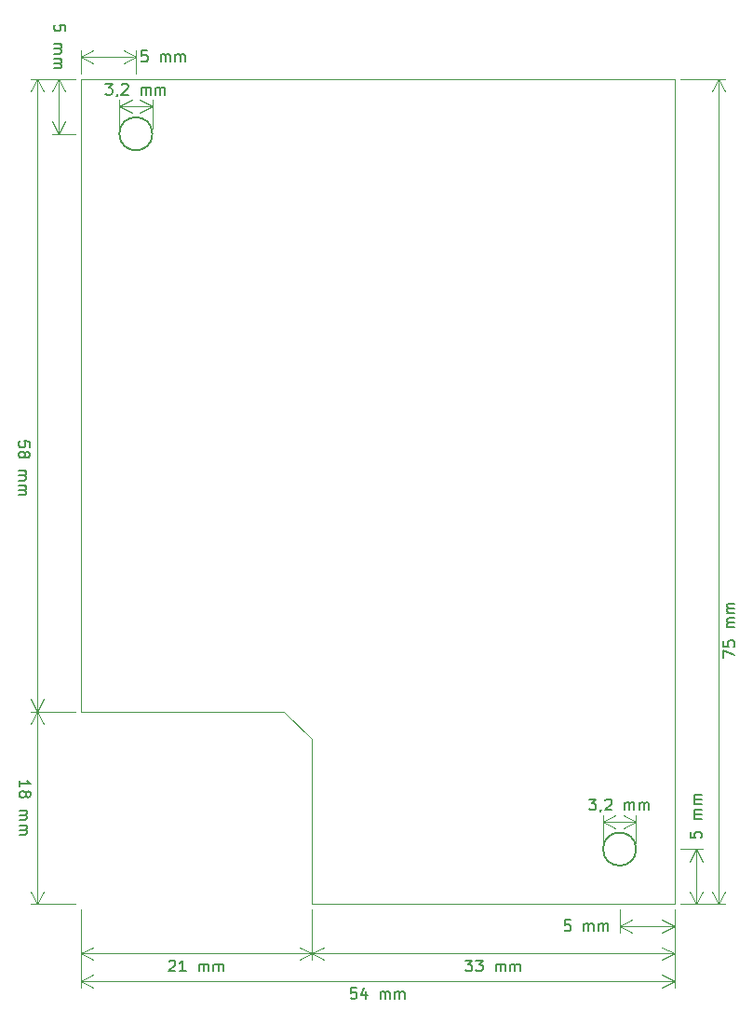
<source format=gbr>
%TF.GenerationSoftware,KiCad,Pcbnew,(5.99.0-8361-gd4c36230d2)*%
%TF.CreationDate,2021-01-14T14:19:16+01:00*%
%TF.ProjectId,mp3,6d70332e-6b69-4636-9164-5f7063625858,rev?*%
%TF.SameCoordinates,PXae85bc0PY7459280*%
%TF.FileFunction,Other,User*%
%FSLAX46Y46*%
G04 Gerber Fmt 4.6, Leading zero omitted, Abs format (unit mm)*
G04 Created by KiCad (PCBNEW (5.99.0-8361-gd4c36230d2)) date 2021-01-14 14:19:16*
%MOMM*%
%LPD*%
G01*
G04 APERTURE LIST*
%ADD10C,0.150000*%
%ADD11C,0.100000*%
%ADD12C,0.080000*%
G04 APERTURE END LIST*
D10*
X-3500000Y5000000D02*
G75*
G03*
X-3500000Y5000000I-1500000J0D01*
G01*
D11*
X0Y0D02*
X-33000000Y0D01*
X-33000000Y0D02*
X-33000000Y15000000D01*
X-33000000Y15000000D02*
X-35500000Y17500000D01*
X-35500000Y17500000D02*
X-54000000Y17500000D01*
X-54000000Y17500000D02*
X-54000000Y75000000D01*
X-54000000Y75000000D02*
X0Y75000000D01*
X0Y75000000D02*
X0Y0D01*
D10*
X-47500000Y70000000D02*
G75*
G03*
X-47500000Y70000000I-1500000J0D01*
G01*
X-59602381Y10654762D02*
X-59602381Y11226191D01*
X-59602381Y10940477D02*
X-58602381Y10940477D01*
X-58745239Y11035715D01*
X-58840477Y11130953D01*
X-58888096Y11226191D01*
X-59030953Y10083334D02*
X-58983334Y10178572D01*
X-58935715Y10226191D01*
X-58840477Y10273810D01*
X-58792858Y10273810D01*
X-58697620Y10226191D01*
X-58650000Y10178572D01*
X-58602381Y10083334D01*
X-58602381Y9892858D01*
X-58650000Y9797620D01*
X-58697620Y9750000D01*
X-58792858Y9702381D01*
X-58840477Y9702381D01*
X-58935715Y9750000D01*
X-58983334Y9797620D01*
X-59030953Y9892858D01*
X-59030953Y10083334D01*
X-59078572Y10178572D01*
X-59126191Y10226191D01*
X-59221429Y10273810D01*
X-59411905Y10273810D01*
X-59507143Y10226191D01*
X-59554762Y10178572D01*
X-59602381Y10083334D01*
X-59602381Y9892858D01*
X-59554762Y9797620D01*
X-59507143Y9750000D01*
X-59411905Y9702381D01*
X-59221429Y9702381D01*
X-59126191Y9750000D01*
X-59078572Y9797620D01*
X-59030953Y9892858D01*
X-59602381Y8511905D02*
X-58935715Y8511905D01*
X-59030953Y8511905D02*
X-58983334Y8464286D01*
X-58935715Y8369048D01*
X-58935715Y8226191D01*
X-58983334Y8130953D01*
X-59078572Y8083334D01*
X-59602381Y8083334D01*
X-59078572Y8083334D02*
X-58983334Y8035715D01*
X-58935715Y7940477D01*
X-58935715Y7797620D01*
X-58983334Y7702381D01*
X-59078572Y7654762D01*
X-59602381Y7654762D01*
X-59602381Y7178572D02*
X-58935715Y7178572D01*
X-59030953Y7178572D02*
X-58983334Y7130953D01*
X-58935715Y7035715D01*
X-58935715Y6892858D01*
X-58983334Y6797620D01*
X-59078572Y6750000D01*
X-59602381Y6750000D01*
X-59078572Y6750000D02*
X-58983334Y6702381D01*
X-58935715Y6607143D01*
X-58935715Y6464286D01*
X-58983334Y6369048D01*
X-59078572Y6321429D01*
X-59602381Y6321429D01*
D12*
X-54500000Y17500000D02*
X-58586420Y17500000D01*
X-54500000Y0D02*
X-58586420Y0D01*
X-58000000Y17500000D02*
X-58000000Y0D01*
X-58000000Y17500000D02*
X-58000000Y0D01*
X-58000000Y17500000D02*
X-58586421Y16373496D01*
X-58000000Y17500000D02*
X-57413579Y16373496D01*
X-58000000Y0D02*
X-57413579Y1126504D01*
X-58000000Y0D02*
X-58586421Y1126504D01*
D10*
X-45976191Y-5197619D02*
X-45928572Y-5150000D01*
X-45833334Y-5102380D01*
X-45595239Y-5102380D01*
X-45500000Y-5150000D01*
X-45452381Y-5197619D01*
X-45404762Y-5292857D01*
X-45404762Y-5388095D01*
X-45452381Y-5530952D01*
X-46023810Y-6102380D01*
X-45404762Y-6102380D01*
X-44452381Y-6102380D02*
X-45023810Y-6102380D01*
X-44738096Y-6102380D02*
X-44738096Y-5102380D01*
X-44833334Y-5245238D01*
X-44928572Y-5340476D01*
X-45023810Y-5388095D01*
X-43261905Y-6102380D02*
X-43261905Y-5435714D01*
X-43261905Y-5530952D02*
X-43214286Y-5483333D01*
X-43119048Y-5435714D01*
X-42976191Y-5435714D01*
X-42880953Y-5483333D01*
X-42833334Y-5578571D01*
X-42833334Y-6102380D01*
X-42833334Y-5578571D02*
X-42785715Y-5483333D01*
X-42690477Y-5435714D01*
X-42547620Y-5435714D01*
X-42452381Y-5483333D01*
X-42404762Y-5578571D01*
X-42404762Y-6102380D01*
X-41928572Y-6102380D02*
X-41928572Y-5435714D01*
X-41928572Y-5530952D02*
X-41880953Y-5483333D01*
X-41785715Y-5435714D01*
X-41642858Y-5435714D01*
X-41547620Y-5483333D01*
X-41500000Y-5578571D01*
X-41500000Y-6102380D01*
X-41500000Y-5578571D02*
X-41452381Y-5483333D01*
X-41357143Y-5435714D01*
X-41214286Y-5435714D01*
X-41119048Y-5483333D01*
X-41071429Y-5578571D01*
X-41071429Y-6102380D01*
D12*
X-54000000Y-500000D02*
X-54000000Y-5086420D01*
X-33000000Y-500000D02*
X-33000000Y-5086420D01*
X-54000000Y-4500000D02*
X-33000000Y-4500000D01*
X-54000000Y-4500000D02*
X-33000000Y-4500000D01*
X-54000000Y-4500000D02*
X-52873496Y-5086421D01*
X-54000000Y-4500000D02*
X-52873496Y-3913579D01*
X-33000000Y-4500000D02*
X-34126504Y-3913579D01*
X-33000000Y-4500000D02*
X-34126504Y-5086421D01*
D10*
X-47976191Y77547620D02*
X-48452381Y77547620D01*
X-48500000Y77071429D01*
X-48452381Y77119048D01*
X-48357143Y77166667D01*
X-48119048Y77166667D01*
X-48023810Y77119048D01*
X-47976191Y77071429D01*
X-47928572Y76976191D01*
X-47928572Y76738096D01*
X-47976191Y76642858D01*
X-48023810Y76595239D01*
X-48119048Y76547620D01*
X-48357143Y76547620D01*
X-48452381Y76595239D01*
X-48500000Y76642858D01*
X-46738096Y76547620D02*
X-46738096Y77214286D01*
X-46738096Y77119048D02*
X-46690477Y77166667D01*
X-46595239Y77214286D01*
X-46452381Y77214286D01*
X-46357143Y77166667D01*
X-46309524Y77071429D01*
X-46309524Y76547620D01*
X-46309524Y77071429D02*
X-46261905Y77166667D01*
X-46166667Y77214286D01*
X-46023810Y77214286D01*
X-45928572Y77166667D01*
X-45880953Y77071429D01*
X-45880953Y76547620D01*
X-45404762Y76547620D02*
X-45404762Y77214286D01*
X-45404762Y77119048D02*
X-45357143Y77166667D01*
X-45261905Y77214286D01*
X-45119048Y77214286D01*
X-45023810Y77166667D01*
X-44976191Y77071429D01*
X-44976191Y76547620D01*
X-44976191Y77071429D02*
X-44928572Y77166667D01*
X-44833334Y77214286D01*
X-44690477Y77214286D01*
X-44595239Y77166667D01*
X-44547620Y77071429D01*
X-44547620Y76547620D01*
D12*
X-54000000Y75500000D02*
X-54000000Y77586420D01*
X-49000000Y75500000D02*
X-49000000Y77586420D01*
X-54000000Y77000000D02*
X-49265476Y77000000D01*
X-54000000Y77000000D02*
X-52873496Y76413579D01*
X-54000000Y77000000D02*
X-52873496Y77586421D01*
X-49000000Y77000000D02*
X-50126504Y77586421D01*
X-49000000Y77000000D02*
X-50126504Y76413579D01*
D10*
X-55452381Y79376191D02*
X-55452381Y79852381D01*
X-55928572Y79900000D01*
X-55880953Y79852381D01*
X-55833334Y79757143D01*
X-55833334Y79519048D01*
X-55880953Y79423810D01*
X-55928572Y79376191D01*
X-56023810Y79328572D01*
X-56261905Y79328572D01*
X-56357143Y79376191D01*
X-56404762Y79423810D01*
X-56452381Y79519048D01*
X-56452381Y79757143D01*
X-56404762Y79852381D01*
X-56357143Y79900000D01*
X-56452381Y78138096D02*
X-55785715Y78138096D01*
X-55880953Y78138096D02*
X-55833334Y78090477D01*
X-55785715Y77995239D01*
X-55785715Y77852381D01*
X-55833334Y77757143D01*
X-55928572Y77709524D01*
X-56452381Y77709524D01*
X-55928572Y77709524D02*
X-55833334Y77661905D01*
X-55785715Y77566667D01*
X-55785715Y77423810D01*
X-55833334Y77328572D01*
X-55928572Y77280953D01*
X-56452381Y77280953D01*
X-56452381Y76804762D02*
X-55785715Y76804762D01*
X-55880953Y76804762D02*
X-55833334Y76757143D01*
X-55785715Y76661905D01*
X-55785715Y76519048D01*
X-55833334Y76423810D01*
X-55928572Y76376191D01*
X-56452381Y76376191D01*
X-55928572Y76376191D02*
X-55833334Y76328572D01*
X-55785715Y76233334D01*
X-55785715Y76090477D01*
X-55833334Y75995239D01*
X-55928572Y75947620D01*
X-56452381Y75947620D01*
D12*
X-54500000Y75000000D02*
X-56586420Y75000000D01*
X-54500000Y70000000D02*
X-56586420Y70000000D01*
X-56000000Y75000000D02*
X-56000000Y70000000D01*
X-56000000Y75000000D02*
X-56000000Y70000000D01*
X-56000000Y75000000D02*
X-56586421Y73873496D01*
X-56000000Y75000000D02*
X-55413579Y73873496D01*
X-56000000Y70000000D02*
X-55413579Y71126504D01*
X-56000000Y70000000D02*
X-56586421Y71126504D01*
D10*
X-7761905Y9547620D02*
X-7142858Y9547620D01*
X-7476191Y9166667D01*
X-7333334Y9166667D01*
X-7238096Y9119048D01*
X-7190477Y9071429D01*
X-7142858Y8976191D01*
X-7142858Y8738096D01*
X-7190477Y8642858D01*
X-7238096Y8595239D01*
X-7333334Y8547620D01*
X-7619048Y8547620D01*
X-7714286Y8595239D01*
X-7761905Y8642858D01*
X-6666667Y8595239D02*
X-6666667Y8547620D01*
X-6714286Y8452381D01*
X-6761905Y8404762D01*
X-6285715Y9452381D02*
X-6238096Y9500000D01*
X-6142858Y9547620D01*
X-5904762Y9547620D01*
X-5809524Y9500000D01*
X-5761905Y9452381D01*
X-5714286Y9357143D01*
X-5714286Y9261905D01*
X-5761905Y9119048D01*
X-6333334Y8547620D01*
X-5714286Y8547620D01*
X-4523810Y8547620D02*
X-4523810Y9214286D01*
X-4523810Y9119048D02*
X-4476191Y9166667D01*
X-4380953Y9214286D01*
X-4238096Y9214286D01*
X-4142858Y9166667D01*
X-4095239Y9071429D01*
X-4095239Y8547620D01*
X-4095239Y9071429D02*
X-4047620Y9166667D01*
X-3952381Y9214286D01*
X-3809524Y9214286D01*
X-3714286Y9166667D01*
X-3666667Y9071429D01*
X-3666667Y8547620D01*
X-3190477Y8547620D02*
X-3190477Y9214286D01*
X-3190477Y9119048D02*
X-3142858Y9166667D01*
X-3047620Y9214286D01*
X-2904762Y9214286D01*
X-2809524Y9166667D01*
X-2761905Y9071429D01*
X-2761905Y8547620D01*
X-2761905Y9071429D02*
X-2714286Y9166667D01*
X-2619048Y9214286D01*
X-2476191Y9214286D01*
X-2380953Y9166667D01*
X-2333334Y9071429D01*
X-2333334Y8547620D01*
D12*
X-6500000Y5500000D02*
X-6500000Y8086420D01*
X-3500000Y5500000D02*
X-3500000Y8086420D01*
X-6500000Y7500000D02*
X-3500000Y7500000D01*
X-6500000Y7500000D02*
X-3500000Y7500000D01*
X-6500000Y7500000D02*
X-5373496Y6913579D01*
X-6500000Y7500000D02*
X-5373496Y8086421D01*
X-3500000Y7500000D02*
X-4626504Y8086421D01*
X-3500000Y7500000D02*
X-4626504Y6913579D01*
D10*
X4452380Y22376191D02*
X4452380Y23042858D01*
X5452380Y22614286D01*
X4452380Y23900000D02*
X4452380Y23423810D01*
X4928571Y23376191D01*
X4880952Y23423810D01*
X4833333Y23519048D01*
X4833333Y23757143D01*
X4880952Y23852381D01*
X4928571Y23900000D01*
X5023809Y23947620D01*
X5261904Y23947620D01*
X5357142Y23900000D01*
X5404761Y23852381D01*
X5452380Y23757143D01*
X5452380Y23519048D01*
X5404761Y23423810D01*
X5357142Y23376191D01*
X5452380Y25138096D02*
X4785714Y25138096D01*
X4880952Y25138096D02*
X4833333Y25185715D01*
X4785714Y25280953D01*
X4785714Y25423810D01*
X4833333Y25519048D01*
X4928571Y25566667D01*
X5452380Y25566667D01*
X4928571Y25566667D02*
X4833333Y25614286D01*
X4785714Y25709524D01*
X4785714Y25852381D01*
X4833333Y25947620D01*
X4928571Y25995239D01*
X5452380Y25995239D01*
X5452380Y26471429D02*
X4785714Y26471429D01*
X4880952Y26471429D02*
X4833333Y26519048D01*
X4785714Y26614286D01*
X4785714Y26757143D01*
X4833333Y26852381D01*
X4928571Y26900000D01*
X5452380Y26900000D01*
X4928571Y26900000D02*
X4833333Y26947620D01*
X4785714Y27042858D01*
X4785714Y27185715D01*
X4833333Y27280953D01*
X4928571Y27328572D01*
X5452380Y27328572D01*
D12*
X500000Y0D02*
X4586420Y0D01*
X500000Y75000000D02*
X4586420Y75000000D01*
X4000000Y0D02*
X4000000Y75000000D01*
X4000000Y0D02*
X4000000Y75000000D01*
X4000000Y0D02*
X4586421Y1126504D01*
X4000000Y0D02*
X3413579Y1126504D01*
X4000000Y75000000D02*
X3413579Y73873496D01*
X4000000Y75000000D02*
X4586421Y73873496D01*
D10*
X1452380Y6523810D02*
X1452380Y6047620D01*
X1928571Y6000000D01*
X1880952Y6047620D01*
X1833333Y6142858D01*
X1833333Y6380953D01*
X1880952Y6476191D01*
X1928571Y6523810D01*
X2023809Y6571429D01*
X2261904Y6571429D01*
X2357142Y6523810D01*
X2404761Y6476191D01*
X2452380Y6380953D01*
X2452380Y6142858D01*
X2404761Y6047620D01*
X2357142Y6000000D01*
X2452380Y7761905D02*
X1785714Y7761905D01*
X1880952Y7761905D02*
X1833333Y7809524D01*
X1785714Y7904762D01*
X1785714Y8047620D01*
X1833333Y8142858D01*
X1928571Y8190477D01*
X2452380Y8190477D01*
X1928571Y8190477D02*
X1833333Y8238096D01*
X1785714Y8333334D01*
X1785714Y8476191D01*
X1833333Y8571429D01*
X1928571Y8619048D01*
X2452380Y8619048D01*
X2452380Y9095239D02*
X1785714Y9095239D01*
X1880952Y9095239D02*
X1833333Y9142858D01*
X1785714Y9238096D01*
X1785714Y9380953D01*
X1833333Y9476191D01*
X1928571Y9523810D01*
X2452380Y9523810D01*
X1928571Y9523810D02*
X1833333Y9571429D01*
X1785714Y9666667D01*
X1785714Y9809524D01*
X1833333Y9904762D01*
X1928571Y9952381D01*
X2452380Y9952381D01*
D12*
X500000Y0D02*
X2586420Y0D01*
X500000Y5000000D02*
X2586420Y5000000D01*
X2000000Y0D02*
X2000000Y5000000D01*
X2000000Y0D02*
X2000000Y5000000D01*
X2000000Y0D02*
X2586421Y1126504D01*
X2000000Y0D02*
X1413579Y1126504D01*
X2000000Y5000000D02*
X1413579Y3873496D01*
X2000000Y5000000D02*
X2586421Y3873496D01*
D10*
X-58652381Y41552381D02*
X-58652381Y42028572D01*
X-59128572Y42076191D01*
X-59080953Y42028572D01*
X-59033334Y41933334D01*
X-59033334Y41695239D01*
X-59080953Y41600000D01*
X-59128572Y41552381D01*
X-59223810Y41504762D01*
X-59461905Y41504762D01*
X-59557143Y41552381D01*
X-59604762Y41600000D01*
X-59652381Y41695239D01*
X-59652381Y41933334D01*
X-59604762Y42028572D01*
X-59557143Y42076191D01*
X-59080953Y40933334D02*
X-59033334Y41028572D01*
X-58985715Y41076191D01*
X-58890477Y41123810D01*
X-58842858Y41123810D01*
X-58747620Y41076191D01*
X-58700000Y41028572D01*
X-58652381Y40933334D01*
X-58652381Y40742858D01*
X-58700000Y40647620D01*
X-58747620Y40600000D01*
X-58842858Y40552381D01*
X-58890477Y40552381D01*
X-58985715Y40600000D01*
X-59033334Y40647620D01*
X-59080953Y40742858D01*
X-59080953Y40933334D01*
X-59128572Y41028572D01*
X-59176191Y41076191D01*
X-59271429Y41123810D01*
X-59461905Y41123810D01*
X-59557143Y41076191D01*
X-59604762Y41028572D01*
X-59652381Y40933334D01*
X-59652381Y40742858D01*
X-59604762Y40647620D01*
X-59557143Y40600000D01*
X-59461905Y40552381D01*
X-59271429Y40552381D01*
X-59176191Y40600000D01*
X-59128572Y40647620D01*
X-59080953Y40742858D01*
X-59652381Y39361905D02*
X-58985715Y39361905D01*
X-59080953Y39361905D02*
X-59033334Y39314286D01*
X-58985715Y39219048D01*
X-58985715Y39076191D01*
X-59033334Y38980953D01*
X-59128572Y38933334D01*
X-59652381Y38933334D01*
X-59128572Y38933334D02*
X-59033334Y38885715D01*
X-58985715Y38790477D01*
X-58985715Y38647620D01*
X-59033334Y38552381D01*
X-59128572Y38504762D01*
X-59652381Y38504762D01*
X-59652381Y38028572D02*
X-58985715Y38028572D01*
X-59080953Y38028572D02*
X-59033334Y37980953D01*
X-58985715Y37885715D01*
X-58985715Y37742858D01*
X-59033334Y37647620D01*
X-59128572Y37600000D01*
X-59652381Y37600000D01*
X-59128572Y37600000D02*
X-59033334Y37552381D01*
X-58985715Y37457143D01*
X-58985715Y37314286D01*
X-59033334Y37219048D01*
X-59128572Y37171429D01*
X-59652381Y37171429D01*
D12*
X-54500000Y75000000D02*
X-58586420Y75000000D01*
X-54500000Y17500000D02*
X-58586420Y17500000D01*
X-58000000Y75000000D02*
X-58000000Y17500000D01*
X-58000000Y75000000D02*
X-58000000Y17500000D01*
X-58000000Y75000000D02*
X-58586421Y73873496D01*
X-58000000Y75000000D02*
X-57413579Y73873496D01*
X-58000000Y17500000D02*
X-57413579Y18626504D01*
X-58000000Y17500000D02*
X-58586421Y18626504D01*
D10*
X-19023810Y-5102380D02*
X-18404762Y-5102380D01*
X-18738096Y-5483333D01*
X-18595239Y-5483333D01*
X-18500000Y-5530952D01*
X-18452381Y-5578571D01*
X-18404762Y-5673809D01*
X-18404762Y-5911904D01*
X-18452381Y-6007142D01*
X-18500000Y-6054761D01*
X-18595239Y-6102380D01*
X-18880953Y-6102380D01*
X-18976191Y-6054761D01*
X-19023810Y-6007142D01*
X-18071429Y-5102380D02*
X-17452381Y-5102380D01*
X-17785715Y-5483333D01*
X-17642858Y-5483333D01*
X-17547620Y-5530952D01*
X-17500000Y-5578571D01*
X-17452381Y-5673809D01*
X-17452381Y-5911904D01*
X-17500000Y-6007142D01*
X-17547620Y-6054761D01*
X-17642858Y-6102380D01*
X-17928572Y-6102380D01*
X-18023810Y-6054761D01*
X-18071429Y-6007142D01*
X-16261905Y-6102380D02*
X-16261905Y-5435714D01*
X-16261905Y-5530952D02*
X-16214286Y-5483333D01*
X-16119048Y-5435714D01*
X-15976191Y-5435714D01*
X-15880953Y-5483333D01*
X-15833334Y-5578571D01*
X-15833334Y-6102380D01*
X-15833334Y-5578571D02*
X-15785715Y-5483333D01*
X-15690477Y-5435714D01*
X-15547620Y-5435714D01*
X-15452381Y-5483333D01*
X-15404762Y-5578571D01*
X-15404762Y-6102380D01*
X-14928572Y-6102380D02*
X-14928572Y-5435714D01*
X-14928572Y-5530952D02*
X-14880953Y-5483333D01*
X-14785715Y-5435714D01*
X-14642858Y-5435714D01*
X-14547620Y-5483333D01*
X-14500000Y-5578571D01*
X-14500000Y-6102380D01*
X-14500000Y-5578571D02*
X-14452381Y-5483333D01*
X-14357143Y-5435714D01*
X-14214286Y-5435714D01*
X-14119048Y-5483333D01*
X-14071429Y-5578571D01*
X-14071429Y-6102380D01*
D12*
X-33000000Y-500000D02*
X-33000000Y-5086420D01*
X0Y-500000D02*
X0Y-5086420D01*
X-33000000Y-4500000D02*
X0Y-4500000D01*
X-33000000Y-4500000D02*
X0Y-4500000D01*
X-33000000Y-4500000D02*
X-31873496Y-5086421D01*
X-33000000Y-4500000D02*
X-31873496Y-3913579D01*
X0Y-4500000D02*
X-1126504Y-3913579D01*
X0Y-4500000D02*
X-1126504Y-5086421D01*
D10*
X-9476191Y-1452380D02*
X-9952381Y-1452380D01*
X-10000000Y-1928571D01*
X-9952381Y-1880952D01*
X-9857143Y-1833333D01*
X-9619048Y-1833333D01*
X-9523810Y-1880952D01*
X-9476191Y-1928571D01*
X-9428572Y-2023809D01*
X-9428572Y-2261904D01*
X-9476191Y-2357142D01*
X-9523810Y-2404761D01*
X-9619048Y-2452380D01*
X-9857143Y-2452380D01*
X-9952381Y-2404761D01*
X-10000000Y-2357142D01*
X-8238096Y-2452380D02*
X-8238096Y-1785714D01*
X-8238096Y-1880952D02*
X-8190477Y-1833333D01*
X-8095239Y-1785714D01*
X-7952381Y-1785714D01*
X-7857143Y-1833333D01*
X-7809524Y-1928571D01*
X-7809524Y-2452380D01*
X-7809524Y-1928571D02*
X-7761905Y-1833333D01*
X-7666667Y-1785714D01*
X-7523810Y-1785714D01*
X-7428572Y-1833333D01*
X-7380953Y-1928571D01*
X-7380953Y-2452380D01*
X-6904762Y-2452380D02*
X-6904762Y-1785714D01*
X-6904762Y-1880952D02*
X-6857143Y-1833333D01*
X-6761905Y-1785714D01*
X-6619048Y-1785714D01*
X-6523810Y-1833333D01*
X-6476191Y-1928571D01*
X-6476191Y-2452380D01*
X-6476191Y-1928571D02*
X-6428572Y-1833333D01*
X-6333334Y-1785714D01*
X-6190477Y-1785714D01*
X-6095239Y-1833333D01*
X-6047620Y-1928571D01*
X-6047620Y-2452380D01*
D12*
X-5000000Y-500000D02*
X-5000000Y-2586420D01*
X0Y-500000D02*
X0Y-2586420D01*
X-5000000Y-2000000D02*
X0Y-2000000D01*
X-5000000Y-2000000D02*
X0Y-2000000D01*
X-5000000Y-2000000D02*
X-3873496Y-2586421D01*
X-5000000Y-2000000D02*
X-3873496Y-1413579D01*
X0Y-2000000D02*
X-1126504Y-1413579D01*
X0Y-2000000D02*
X-1126504Y-2586421D01*
D10*
X-28952381Y-7602380D02*
X-29428572Y-7602380D01*
X-29476191Y-8078571D01*
X-29428572Y-8030952D01*
X-29333334Y-7983333D01*
X-29095239Y-7983333D01*
X-29000000Y-8030952D01*
X-28952381Y-8078571D01*
X-28904762Y-8173809D01*
X-28904762Y-8411904D01*
X-28952381Y-8507142D01*
X-29000000Y-8554761D01*
X-29095239Y-8602380D01*
X-29333334Y-8602380D01*
X-29428572Y-8554761D01*
X-29476191Y-8507142D01*
X-28047620Y-7935714D02*
X-28047620Y-8602380D01*
X-28285715Y-7554761D02*
X-28523810Y-8269047D01*
X-27904762Y-8269047D01*
X-26761905Y-8602380D02*
X-26761905Y-7935714D01*
X-26761905Y-8030952D02*
X-26714286Y-7983333D01*
X-26619048Y-7935714D01*
X-26476191Y-7935714D01*
X-26380953Y-7983333D01*
X-26333334Y-8078571D01*
X-26333334Y-8602380D01*
X-26333334Y-8078571D02*
X-26285715Y-7983333D01*
X-26190477Y-7935714D01*
X-26047620Y-7935714D01*
X-25952381Y-7983333D01*
X-25904762Y-8078571D01*
X-25904762Y-8602380D01*
X-25428572Y-8602380D02*
X-25428572Y-7935714D01*
X-25428572Y-8030952D02*
X-25380953Y-7983333D01*
X-25285715Y-7935714D01*
X-25142858Y-7935714D01*
X-25047620Y-7983333D01*
X-25000000Y-8078571D01*
X-25000000Y-8602380D01*
X-25000000Y-8078571D02*
X-24952381Y-7983333D01*
X-24857143Y-7935714D01*
X-24714286Y-7935714D01*
X-24619048Y-7983333D01*
X-24571429Y-8078571D01*
X-24571429Y-8602380D01*
D12*
X-54000000Y-500000D02*
X-54000000Y-7586420D01*
X0Y-500000D02*
X0Y-7586420D01*
X-54000000Y-7000000D02*
X0Y-7000000D01*
X-54000000Y-7000000D02*
X0Y-7000000D01*
X-54000000Y-7000000D02*
X-52873496Y-7586421D01*
X-54000000Y-7000000D02*
X-52873496Y-6413579D01*
X0Y-7000000D02*
X-1126504Y-6413579D01*
X0Y-7000000D02*
X-1126504Y-7586421D01*
D10*
X-51761905Y74547620D02*
X-51142858Y74547620D01*
X-51476191Y74166667D01*
X-51333334Y74166667D01*
X-51238096Y74119048D01*
X-51190477Y74071429D01*
X-51142858Y73976191D01*
X-51142858Y73738096D01*
X-51190477Y73642858D01*
X-51238096Y73595239D01*
X-51333334Y73547620D01*
X-51619048Y73547620D01*
X-51714286Y73595239D01*
X-51761905Y73642858D01*
X-50666667Y73595239D02*
X-50666667Y73547620D01*
X-50714286Y73452381D01*
X-50761905Y73404762D01*
X-50285715Y74452381D02*
X-50238096Y74500000D01*
X-50142858Y74547620D01*
X-49904762Y74547620D01*
X-49809524Y74500000D01*
X-49761905Y74452381D01*
X-49714286Y74357143D01*
X-49714286Y74261905D01*
X-49761905Y74119048D01*
X-50333334Y73547620D01*
X-49714286Y73547620D01*
X-48523810Y73547620D02*
X-48523810Y74214286D01*
X-48523810Y74119048D02*
X-48476191Y74166667D01*
X-48380953Y74214286D01*
X-48238096Y74214286D01*
X-48142858Y74166667D01*
X-48095239Y74071429D01*
X-48095239Y73547620D01*
X-48095239Y74071429D02*
X-48047620Y74166667D01*
X-47952381Y74214286D01*
X-47809524Y74214286D01*
X-47714286Y74166667D01*
X-47666667Y74071429D01*
X-47666667Y73547620D01*
X-47190477Y73547620D02*
X-47190477Y74214286D01*
X-47190477Y74119048D02*
X-47142858Y74166667D01*
X-47047620Y74214286D01*
X-46904762Y74214286D01*
X-46809524Y74166667D01*
X-46761905Y74071429D01*
X-46761905Y73547620D01*
X-46761905Y74071429D02*
X-46714286Y74166667D01*
X-46619048Y74214286D01*
X-46476191Y74214286D01*
X-46380953Y74166667D01*
X-46333334Y74071429D01*
X-46333334Y73547620D01*
D12*
X-50500000Y70500000D02*
X-50500000Y73086420D01*
X-47500000Y70500000D02*
X-47500000Y73086420D01*
X-50500000Y72500000D02*
X-47500000Y72500000D01*
X-50500000Y72500000D02*
X-47500000Y72500000D01*
X-50500000Y72500000D02*
X-49373496Y71913579D01*
X-50500000Y72500000D02*
X-49373496Y73086421D01*
X-47500000Y72500000D02*
X-48626504Y73086421D01*
X-47500000Y72500000D02*
X-48626504Y71913579D01*
M02*

</source>
